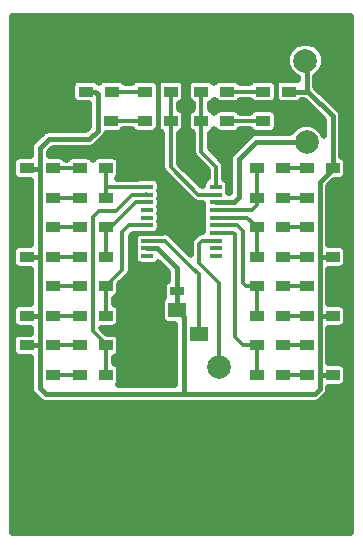
<source format=gbr>
G04 #@! TF.FileFunction,Copper,L1,Top,Signal*
%FSLAX46Y46*%
G04 Gerber Fmt 4.6, Leading zero omitted, Abs format (unit mm)*
G04 Created by KiCad (PCBNEW 4.0.7) date Sat Oct 28 14:53:49 2017*
%MOMM*%
%LPD*%
G01*
G04 APERTURE LIST*
%ADD10C,0.100000*%
%ADD11R,1.200000X0.900000*%
%ADD12R,1.500000X1.250000*%
%ADD13R,1.200000X0.750000*%
%ADD14R,1.000000X0.400000*%
%ADD15C,2.000000*%
%ADD16C,0.300000*%
%ADD17C,0.400000*%
%ADD18C,0.500000*%
G04 APERTURE END LIST*
D10*
D11*
X125600000Y-111000000D03*
X127800000Y-111000000D03*
X125600000Y-108500000D03*
X127800000Y-108500000D03*
X125600000Y-106000000D03*
X127800000Y-106000000D03*
X125600000Y-103500000D03*
X127800000Y-103500000D03*
X104100000Y-108500000D03*
X101900000Y-108500000D03*
X104100000Y-111000000D03*
X101900000Y-111000000D03*
X125600000Y-101000000D03*
X127800000Y-101000000D03*
X125600000Y-98500000D03*
X127800000Y-98500000D03*
X109100000Y-87000000D03*
X106900000Y-87000000D03*
X109000000Y-89500000D03*
X106800000Y-89500000D03*
X121900000Y-87000000D03*
X124100000Y-87000000D03*
X121900000Y-89500000D03*
X124100000Y-89500000D03*
X104100000Y-93500000D03*
X101900000Y-93500000D03*
X104100000Y-96000000D03*
X101900000Y-96000000D03*
X104100000Y-101000000D03*
X101900000Y-101000000D03*
X104100000Y-98500000D03*
X101900000Y-98500000D03*
X104100000Y-106000000D03*
X101900000Y-106000000D03*
X104100000Y-103500000D03*
X101900000Y-103500000D03*
X125600000Y-93500000D03*
X127800000Y-93500000D03*
X125600000Y-96000000D03*
X127800000Y-96000000D03*
X123600000Y-111000000D03*
X121400000Y-111000000D03*
X123600000Y-108500000D03*
X121400000Y-108500000D03*
X123600000Y-106000000D03*
X121400000Y-106000000D03*
X123600000Y-103500000D03*
X121400000Y-103500000D03*
X106400000Y-108500000D03*
X108600000Y-108500000D03*
X106400000Y-111000000D03*
X108600000Y-111000000D03*
X123600000Y-101000000D03*
X121400000Y-101000000D03*
X123600000Y-98500000D03*
X121400000Y-98500000D03*
X111900000Y-87000000D03*
X114100000Y-87000000D03*
X111900000Y-89500000D03*
X114100000Y-89500000D03*
X118900000Y-87000000D03*
X116700000Y-87000000D03*
X118900000Y-89500000D03*
X116700000Y-89500000D03*
X106400000Y-93500000D03*
X108600000Y-93500000D03*
X106400000Y-96000000D03*
X108600000Y-96000000D03*
X106400000Y-101000000D03*
X108600000Y-101000000D03*
X106400000Y-98500000D03*
X108600000Y-98500000D03*
X106400000Y-106000000D03*
X108600000Y-106000000D03*
X106400000Y-103500000D03*
X108600000Y-103500000D03*
X123600000Y-93500000D03*
X121400000Y-93500000D03*
X123600000Y-96000000D03*
X121400000Y-96000000D03*
D12*
X116450000Y-107500000D03*
X113950000Y-107500000D03*
D13*
X114650000Y-103900000D03*
X112750000Y-103900000D03*
D12*
X114650000Y-105500000D03*
X112150000Y-105500000D03*
D14*
X112100000Y-95075000D03*
X112100000Y-95725000D03*
X112100000Y-96375000D03*
X112100000Y-97025000D03*
X112100000Y-97675000D03*
X112100000Y-98325000D03*
X112100000Y-98975000D03*
X112100000Y-99625000D03*
X112100000Y-100275000D03*
X112100000Y-100925000D03*
X117900000Y-100925000D03*
X117900000Y-100275000D03*
X117900000Y-99625000D03*
X117900000Y-98975000D03*
X117900000Y-98325000D03*
X117900000Y-97675000D03*
X117900000Y-97025000D03*
X117900000Y-96375000D03*
X117900000Y-95725000D03*
X117900000Y-95075000D03*
D15*
X125500000Y-84400000D03*
X122500000Y-84300000D03*
X118200000Y-110300000D03*
X125600000Y-91300000D03*
D16*
X123600000Y-111000000D02*
X125600000Y-111000000D01*
D17*
X125600000Y-87000000D02*
X125600000Y-84500000D01*
X125600000Y-84500000D02*
X125500000Y-84400000D01*
X127800000Y-93500000D02*
X127800000Y-89100000D01*
X125700000Y-87000000D02*
X125600000Y-87000000D01*
X125600000Y-87000000D02*
X124100000Y-87000000D01*
X127800000Y-89100000D02*
X125700000Y-87000000D01*
X126700000Y-111000000D02*
X127800000Y-111000000D01*
X126700000Y-106000000D02*
X127800000Y-106000000D01*
X126700000Y-101000000D02*
X127800000Y-101000000D01*
X103000000Y-93600000D02*
X102000000Y-93600000D01*
X102000000Y-93600000D02*
X101900000Y-93500000D01*
X103000000Y-101000000D02*
X101900000Y-101000000D01*
X103000000Y-106000000D02*
X101900000Y-106000000D01*
X101900000Y-108500000D02*
X103000000Y-108500000D01*
X115200000Y-112600000D02*
X115200000Y-106050000D01*
X115200000Y-106050000D02*
X114650000Y-105500000D01*
X114650000Y-103900000D02*
X114650000Y-105500000D01*
X112050000Y-100275000D02*
X112975000Y-100275000D01*
X114650000Y-101950000D02*
X114650000Y-103900000D01*
X112975000Y-100275000D02*
X114650000Y-101950000D01*
X103000000Y-91800000D02*
X103800000Y-91000000D01*
X107700000Y-87000000D02*
X106900000Y-87000000D01*
X107900000Y-87200000D02*
X107700000Y-87000000D01*
X107900000Y-90300000D02*
X107900000Y-87200000D01*
X107200000Y-91000000D02*
X107900000Y-90300000D01*
X103800000Y-91000000D02*
X107200000Y-91000000D01*
X127800000Y-93500000D02*
X127800000Y-93600000D01*
X127800000Y-93600000D02*
X126700000Y-94700000D01*
X126700000Y-94700000D02*
X126700000Y-101000000D01*
X126700000Y-101000000D02*
X126700000Y-106000000D01*
X126700000Y-106000000D02*
X126700000Y-111000000D01*
X126700000Y-111000000D02*
X126700000Y-112200000D01*
X126700000Y-112200000D02*
X126300000Y-112600000D01*
X126300000Y-112600000D02*
X115200000Y-112600000D01*
X115200000Y-112600000D02*
X103500000Y-112600000D01*
X103500000Y-112600000D02*
X103000000Y-112100000D01*
X103000000Y-112100000D02*
X103000000Y-108500000D01*
X103000000Y-108500000D02*
X103000000Y-106000000D01*
X103000000Y-106000000D02*
X103000000Y-101000000D01*
X103000000Y-101000000D02*
X103000000Y-93600000D01*
X103000000Y-93600000D02*
X103000000Y-91800000D01*
D16*
X123600000Y-108500000D02*
X125600000Y-108500000D01*
D17*
X123000000Y-86200000D02*
X123000000Y-84800000D01*
X123000000Y-84800000D02*
X122500000Y-84300000D01*
X124100000Y-89500000D02*
X124100000Y-89300000D01*
X124100000Y-89300000D02*
X123000000Y-88200000D01*
X123000000Y-88200000D02*
X123000000Y-86200000D01*
X112050000Y-98975000D02*
X113325000Y-98975000D01*
X113000000Y-93500000D02*
X113000000Y-85200000D01*
X113900000Y-94400000D02*
X113000000Y-93500000D01*
X113900000Y-98400000D02*
X113900000Y-94400000D01*
X113325000Y-98975000D02*
X113900000Y-98400000D01*
X112150000Y-105500000D02*
X112150000Y-105700000D01*
X112150000Y-105700000D02*
X113950000Y-107500000D01*
X112750000Y-103900000D02*
X112750000Y-104900000D01*
X112750000Y-104900000D02*
X112150000Y-105500000D01*
X112050000Y-98975000D02*
X111025000Y-98975000D01*
X110700000Y-104150000D02*
X112150000Y-105500000D01*
X110700000Y-99200000D02*
X110700000Y-104150000D01*
X111025000Y-98975000D02*
X110700000Y-99200000D01*
D16*
X123600000Y-106000000D02*
X125600000Y-106000000D01*
X123600000Y-103500000D02*
X125600000Y-103500000D01*
X104100000Y-108500000D02*
X106400000Y-108500000D01*
X104100000Y-111000000D02*
X106400000Y-111000000D01*
X123600000Y-101000000D02*
X125600000Y-101000000D01*
X123600000Y-98500000D02*
X125600000Y-98500000D01*
X109100000Y-87000000D02*
X111900000Y-87000000D01*
X109000000Y-89500000D02*
X111900000Y-89500000D01*
X118900000Y-87000000D02*
X121900000Y-87000000D01*
X118900000Y-89500000D02*
X121900000Y-89500000D01*
X104100000Y-93500000D02*
X106400000Y-93500000D01*
X104100000Y-96000000D02*
X106400000Y-96000000D01*
X104100000Y-101000000D02*
X106400000Y-101000000D01*
X104100000Y-98500000D02*
X106400000Y-98500000D01*
X104100000Y-106000000D02*
X106400000Y-106000000D01*
X104100000Y-103500000D02*
X106400000Y-103500000D01*
X123600000Y-93500000D02*
X125600000Y-93500000D01*
X123600000Y-96000000D02*
X125600000Y-96000000D01*
X121400000Y-108500000D02*
X121400000Y-111000000D01*
X117950000Y-98975000D02*
X119375000Y-98975000D01*
X120200000Y-108500000D02*
X121400000Y-108500000D01*
X119500000Y-107800000D02*
X120200000Y-108500000D01*
X119500000Y-99100000D02*
X119500000Y-107800000D01*
X119375000Y-98975000D02*
X119500000Y-99100000D01*
X121400000Y-103500000D02*
X121400000Y-106000000D01*
X117950000Y-98325000D02*
X119725000Y-98325000D01*
X120500000Y-103500000D02*
X121400000Y-103500000D01*
X120200000Y-103200000D02*
X120500000Y-103500000D01*
X120200000Y-98800000D02*
X120200000Y-103200000D01*
X119725000Y-98325000D02*
X120200000Y-98800000D01*
X112050000Y-95725000D02*
X110875000Y-95725000D01*
X107500000Y-107300000D02*
X107500000Y-97600000D01*
X107500000Y-97600000D02*
X108000000Y-97100000D01*
X108000000Y-97100000D02*
X109500000Y-97100000D01*
X109500000Y-97100000D02*
X110800000Y-95800000D01*
X107500000Y-107300000D02*
X108600000Y-108400000D01*
X110875000Y-95725000D02*
X110800000Y-95800000D01*
X108600000Y-108500000D02*
X108600000Y-108400000D01*
X108600000Y-108500000D02*
X108600000Y-111000000D01*
X112025000Y-95700000D02*
X112050000Y-95725000D01*
X121400000Y-98500000D02*
X121400000Y-101000000D01*
X117950000Y-97675000D02*
X120575000Y-97675000D01*
X120575000Y-97675000D02*
X121400000Y-98500000D01*
X114100000Y-89500000D02*
X114100000Y-87000000D01*
X117950000Y-95725000D02*
X116425000Y-95725000D01*
X114100000Y-93400000D02*
X114100000Y-89500000D01*
X116425000Y-95725000D02*
X114100000Y-93400000D01*
X116700000Y-89500000D02*
X116700000Y-87000000D01*
X117950000Y-95075000D02*
X117950000Y-93350000D01*
X116700000Y-92100000D02*
X116700000Y-89500000D01*
X117950000Y-93350000D02*
X116700000Y-92100000D01*
X112050000Y-95075000D02*
X108600000Y-95075000D01*
X108600000Y-95075000D02*
X108600000Y-95100000D01*
X108600000Y-96000000D02*
X108600000Y-95100000D01*
X108600000Y-95100000D02*
X108600000Y-93500000D01*
X112050000Y-96375000D02*
X111125000Y-96375000D01*
X110400000Y-97100000D02*
X109000000Y-98500000D01*
X111125000Y-96375000D02*
X110400000Y-97100000D01*
X108600000Y-98500000D02*
X109000000Y-98500000D01*
X108600000Y-98500000D02*
X108600000Y-101000000D01*
X112050000Y-98325000D02*
X110575000Y-98325000D01*
X110575000Y-98325000D02*
X110000000Y-98900000D01*
X108600000Y-103500000D02*
X108600000Y-106000000D01*
X110000000Y-102100000D02*
X108600000Y-103500000D01*
X110000000Y-99600000D02*
X110000000Y-102100000D01*
X110000000Y-99600000D02*
X110000000Y-98900000D01*
X121400000Y-96000000D02*
X121400000Y-93500000D01*
X117950000Y-97025000D02*
X120975000Y-97025000D01*
X121400000Y-96600000D02*
X121400000Y-96000000D01*
X120975000Y-97025000D02*
X121400000Y-96600000D01*
X116450000Y-107500000D02*
X116450000Y-102450000D01*
X116450000Y-102450000D02*
X115900000Y-101900000D01*
X115900000Y-101900000D02*
X114300000Y-100300000D01*
X113625000Y-99625000D02*
X112050000Y-99625000D01*
X114300000Y-100300000D02*
X113625000Y-99625000D01*
X117950000Y-99625000D02*
X116775000Y-99625000D01*
X118200000Y-103200000D02*
X118200000Y-110300000D01*
X116500000Y-101500000D02*
X118200000Y-103200000D01*
X116500000Y-99900000D02*
X116500000Y-101500000D01*
X116775000Y-99625000D02*
X116500000Y-99900000D01*
X125800000Y-91300000D02*
X125600000Y-91300000D01*
D17*
X117950000Y-96375000D02*
X119425000Y-96375000D01*
X121300000Y-91300000D02*
X125800000Y-91300000D01*
D16*
X125800000Y-91300000D02*
X126000000Y-91300000D01*
D17*
X119900000Y-92700000D02*
X121300000Y-91300000D01*
X119900000Y-95900000D02*
X119900000Y-92700000D01*
X119425000Y-96375000D02*
X119900000Y-95900000D01*
D18*
G36*
X129375000Y-124375000D02*
X100625000Y-124375000D01*
X100625000Y-93050000D01*
X100739225Y-93050000D01*
X100739225Y-93950000D01*
X100777576Y-94153818D01*
X100898032Y-94341012D01*
X101081827Y-94466594D01*
X101300000Y-94510775D01*
X102250000Y-94510775D01*
X102250000Y-99989225D01*
X101300000Y-99989225D01*
X101096182Y-100027576D01*
X100908988Y-100148032D01*
X100783406Y-100331827D01*
X100739225Y-100550000D01*
X100739225Y-101450000D01*
X100777576Y-101653818D01*
X100898032Y-101841012D01*
X101081827Y-101966594D01*
X101300000Y-102010775D01*
X102250000Y-102010775D01*
X102250000Y-104989225D01*
X101300000Y-104989225D01*
X101096182Y-105027576D01*
X100908988Y-105148032D01*
X100783406Y-105331827D01*
X100739225Y-105550000D01*
X100739225Y-106450000D01*
X100777576Y-106653818D01*
X100898032Y-106841012D01*
X101081827Y-106966594D01*
X101300000Y-107010775D01*
X102250000Y-107010775D01*
X102250000Y-107489225D01*
X101300000Y-107489225D01*
X101096182Y-107527576D01*
X100908988Y-107648032D01*
X100783406Y-107831827D01*
X100739225Y-108050000D01*
X100739225Y-108950000D01*
X100777576Y-109153818D01*
X100898032Y-109341012D01*
X101081827Y-109466594D01*
X101300000Y-109510775D01*
X102250000Y-109510775D01*
X102250000Y-112100000D01*
X102307090Y-112387013D01*
X102469670Y-112630330D01*
X102969670Y-113130330D01*
X103212987Y-113292910D01*
X103500000Y-113350000D01*
X126300000Y-113350000D01*
X126587013Y-113292910D01*
X126830330Y-113130330D01*
X127230330Y-112730330D01*
X127392910Y-112487013D01*
X127450000Y-112200000D01*
X127450000Y-112010775D01*
X128400000Y-112010775D01*
X128603818Y-111972424D01*
X128791012Y-111851968D01*
X128916594Y-111668173D01*
X128960775Y-111450000D01*
X128960775Y-110550000D01*
X128922424Y-110346182D01*
X128801968Y-110158988D01*
X128618173Y-110033406D01*
X128400000Y-109989225D01*
X127450000Y-109989225D01*
X127450000Y-107010775D01*
X128400000Y-107010775D01*
X128603818Y-106972424D01*
X128791012Y-106851968D01*
X128916594Y-106668173D01*
X128960775Y-106450000D01*
X128960775Y-105550000D01*
X128922424Y-105346182D01*
X128801968Y-105158988D01*
X128618173Y-105033406D01*
X128400000Y-104989225D01*
X127450000Y-104989225D01*
X127450000Y-102010775D01*
X128400000Y-102010775D01*
X128603818Y-101972424D01*
X128791012Y-101851968D01*
X128916594Y-101668173D01*
X128960775Y-101450000D01*
X128960775Y-100550000D01*
X128922424Y-100346182D01*
X128801968Y-100158988D01*
X128618173Y-100033406D01*
X128400000Y-99989225D01*
X127450000Y-99989225D01*
X127450000Y-95010660D01*
X127949885Y-94510775D01*
X128400000Y-94510775D01*
X128603818Y-94472424D01*
X128791012Y-94351968D01*
X128916594Y-94168173D01*
X128960775Y-93950000D01*
X128960775Y-93050000D01*
X128922424Y-92846182D01*
X128801968Y-92658988D01*
X128618173Y-92533406D01*
X128550000Y-92519601D01*
X128550000Y-89100000D01*
X128492910Y-88812987D01*
X128330330Y-88569670D01*
X126350000Y-86589340D01*
X126350000Y-85725889D01*
X126376857Y-85714792D01*
X126813260Y-85279151D01*
X127049730Y-84709667D01*
X127050268Y-84093039D01*
X126814792Y-83523143D01*
X126379151Y-83086740D01*
X125809667Y-82850270D01*
X125193039Y-82849732D01*
X124623143Y-83085208D01*
X124186740Y-83520849D01*
X123950270Y-84090333D01*
X123949732Y-84706961D01*
X124185208Y-85276857D01*
X124620849Y-85713260D01*
X124850000Y-85808412D01*
X124850000Y-86019601D01*
X124700000Y-85989225D01*
X123500000Y-85989225D01*
X123296182Y-86027576D01*
X123108988Y-86148032D01*
X122998743Y-86309381D01*
X122901968Y-86158988D01*
X122718173Y-86033406D01*
X122500000Y-85989225D01*
X121300000Y-85989225D01*
X121096182Y-86027576D01*
X120908988Y-86148032D01*
X120805153Y-86300000D01*
X119992707Y-86300000D01*
X119901968Y-86158988D01*
X119718173Y-86033406D01*
X119500000Y-85989225D01*
X118300000Y-85989225D01*
X118096182Y-86027576D01*
X117908988Y-86148032D01*
X117798743Y-86309381D01*
X117701968Y-86158988D01*
X117518173Y-86033406D01*
X117300000Y-85989225D01*
X116100000Y-85989225D01*
X115896182Y-86027576D01*
X115708988Y-86148032D01*
X115583406Y-86331827D01*
X115539225Y-86550000D01*
X115539225Y-87450000D01*
X115577576Y-87653818D01*
X115698032Y-87841012D01*
X115881827Y-87966594D01*
X116000000Y-87990525D01*
X116000000Y-88508041D01*
X115896182Y-88527576D01*
X115708988Y-88648032D01*
X115583406Y-88831827D01*
X115539225Y-89050000D01*
X115539225Y-89950000D01*
X115577576Y-90153818D01*
X115698032Y-90341012D01*
X115881827Y-90466594D01*
X116000000Y-90490525D01*
X116000000Y-92100000D01*
X116053284Y-92367879D01*
X116205025Y-92594975D01*
X117250000Y-93639950D01*
X117250000Y-94342449D01*
X117196182Y-94352576D01*
X117008988Y-94473032D01*
X116883406Y-94656827D01*
X116839225Y-94875000D01*
X116839225Y-95025000D01*
X116714949Y-95025000D01*
X114800000Y-93110050D01*
X114800000Y-90491959D01*
X114903818Y-90472424D01*
X115091012Y-90351968D01*
X115216594Y-90168173D01*
X115260775Y-89950000D01*
X115260775Y-89050000D01*
X115222424Y-88846182D01*
X115101968Y-88658988D01*
X114918173Y-88533406D01*
X114800000Y-88509475D01*
X114800000Y-87991959D01*
X114903818Y-87972424D01*
X115091012Y-87851968D01*
X115216594Y-87668173D01*
X115260775Y-87450000D01*
X115260775Y-86550000D01*
X115222424Y-86346182D01*
X115101968Y-86158988D01*
X114918173Y-86033406D01*
X114700000Y-85989225D01*
X113500000Y-85989225D01*
X113296182Y-86027576D01*
X113108988Y-86148032D01*
X112998743Y-86309381D01*
X112901968Y-86158988D01*
X112718173Y-86033406D01*
X112500000Y-85989225D01*
X111300000Y-85989225D01*
X111096182Y-86027576D01*
X110908988Y-86148032D01*
X110805153Y-86300000D01*
X110192707Y-86300000D01*
X110101968Y-86158988D01*
X109918173Y-86033406D01*
X109700000Y-85989225D01*
X108500000Y-85989225D01*
X108296182Y-86027576D01*
X108108988Y-86148032D01*
X107998743Y-86309381D01*
X107901968Y-86158988D01*
X107718173Y-86033406D01*
X107500000Y-85989225D01*
X106300000Y-85989225D01*
X106096182Y-86027576D01*
X105908988Y-86148032D01*
X105783406Y-86331827D01*
X105739225Y-86550000D01*
X105739225Y-87450000D01*
X105777576Y-87653818D01*
X105898032Y-87841012D01*
X106081827Y-87966594D01*
X106300000Y-88010775D01*
X107150000Y-88010775D01*
X107150000Y-89989340D01*
X106889340Y-90250000D01*
X103800000Y-90250000D01*
X103512987Y-90307090D01*
X103274274Y-90466594D01*
X103269670Y-90469670D01*
X102469670Y-91269670D01*
X102307090Y-91512987D01*
X102250000Y-91800000D01*
X102250000Y-92489225D01*
X101300000Y-92489225D01*
X101096182Y-92527576D01*
X100908988Y-92648032D01*
X100783406Y-92831827D01*
X100739225Y-93050000D01*
X100625000Y-93050000D01*
X100625000Y-80625000D01*
X129375000Y-80625000D01*
X129375000Y-124375000D01*
X129375000Y-124375000D01*
G37*
X129375000Y-124375000D02*
X100625000Y-124375000D01*
X100625000Y-93050000D01*
X100739225Y-93050000D01*
X100739225Y-93950000D01*
X100777576Y-94153818D01*
X100898032Y-94341012D01*
X101081827Y-94466594D01*
X101300000Y-94510775D01*
X102250000Y-94510775D01*
X102250000Y-99989225D01*
X101300000Y-99989225D01*
X101096182Y-100027576D01*
X100908988Y-100148032D01*
X100783406Y-100331827D01*
X100739225Y-100550000D01*
X100739225Y-101450000D01*
X100777576Y-101653818D01*
X100898032Y-101841012D01*
X101081827Y-101966594D01*
X101300000Y-102010775D01*
X102250000Y-102010775D01*
X102250000Y-104989225D01*
X101300000Y-104989225D01*
X101096182Y-105027576D01*
X100908988Y-105148032D01*
X100783406Y-105331827D01*
X100739225Y-105550000D01*
X100739225Y-106450000D01*
X100777576Y-106653818D01*
X100898032Y-106841012D01*
X101081827Y-106966594D01*
X101300000Y-107010775D01*
X102250000Y-107010775D01*
X102250000Y-107489225D01*
X101300000Y-107489225D01*
X101096182Y-107527576D01*
X100908988Y-107648032D01*
X100783406Y-107831827D01*
X100739225Y-108050000D01*
X100739225Y-108950000D01*
X100777576Y-109153818D01*
X100898032Y-109341012D01*
X101081827Y-109466594D01*
X101300000Y-109510775D01*
X102250000Y-109510775D01*
X102250000Y-112100000D01*
X102307090Y-112387013D01*
X102469670Y-112630330D01*
X102969670Y-113130330D01*
X103212987Y-113292910D01*
X103500000Y-113350000D01*
X126300000Y-113350000D01*
X126587013Y-113292910D01*
X126830330Y-113130330D01*
X127230330Y-112730330D01*
X127392910Y-112487013D01*
X127450000Y-112200000D01*
X127450000Y-112010775D01*
X128400000Y-112010775D01*
X128603818Y-111972424D01*
X128791012Y-111851968D01*
X128916594Y-111668173D01*
X128960775Y-111450000D01*
X128960775Y-110550000D01*
X128922424Y-110346182D01*
X128801968Y-110158988D01*
X128618173Y-110033406D01*
X128400000Y-109989225D01*
X127450000Y-109989225D01*
X127450000Y-107010775D01*
X128400000Y-107010775D01*
X128603818Y-106972424D01*
X128791012Y-106851968D01*
X128916594Y-106668173D01*
X128960775Y-106450000D01*
X128960775Y-105550000D01*
X128922424Y-105346182D01*
X128801968Y-105158988D01*
X128618173Y-105033406D01*
X128400000Y-104989225D01*
X127450000Y-104989225D01*
X127450000Y-102010775D01*
X128400000Y-102010775D01*
X128603818Y-101972424D01*
X128791012Y-101851968D01*
X128916594Y-101668173D01*
X128960775Y-101450000D01*
X128960775Y-100550000D01*
X128922424Y-100346182D01*
X128801968Y-100158988D01*
X128618173Y-100033406D01*
X128400000Y-99989225D01*
X127450000Y-99989225D01*
X127450000Y-95010660D01*
X127949885Y-94510775D01*
X128400000Y-94510775D01*
X128603818Y-94472424D01*
X128791012Y-94351968D01*
X128916594Y-94168173D01*
X128960775Y-93950000D01*
X128960775Y-93050000D01*
X128922424Y-92846182D01*
X128801968Y-92658988D01*
X128618173Y-92533406D01*
X128550000Y-92519601D01*
X128550000Y-89100000D01*
X128492910Y-88812987D01*
X128330330Y-88569670D01*
X126350000Y-86589340D01*
X126350000Y-85725889D01*
X126376857Y-85714792D01*
X126813260Y-85279151D01*
X127049730Y-84709667D01*
X127050268Y-84093039D01*
X126814792Y-83523143D01*
X126379151Y-83086740D01*
X125809667Y-82850270D01*
X125193039Y-82849732D01*
X124623143Y-83085208D01*
X124186740Y-83520849D01*
X123950270Y-84090333D01*
X123949732Y-84706961D01*
X124185208Y-85276857D01*
X124620849Y-85713260D01*
X124850000Y-85808412D01*
X124850000Y-86019601D01*
X124700000Y-85989225D01*
X123500000Y-85989225D01*
X123296182Y-86027576D01*
X123108988Y-86148032D01*
X122998743Y-86309381D01*
X122901968Y-86158988D01*
X122718173Y-86033406D01*
X122500000Y-85989225D01*
X121300000Y-85989225D01*
X121096182Y-86027576D01*
X120908988Y-86148032D01*
X120805153Y-86300000D01*
X119992707Y-86300000D01*
X119901968Y-86158988D01*
X119718173Y-86033406D01*
X119500000Y-85989225D01*
X118300000Y-85989225D01*
X118096182Y-86027576D01*
X117908988Y-86148032D01*
X117798743Y-86309381D01*
X117701968Y-86158988D01*
X117518173Y-86033406D01*
X117300000Y-85989225D01*
X116100000Y-85989225D01*
X115896182Y-86027576D01*
X115708988Y-86148032D01*
X115583406Y-86331827D01*
X115539225Y-86550000D01*
X115539225Y-87450000D01*
X115577576Y-87653818D01*
X115698032Y-87841012D01*
X115881827Y-87966594D01*
X116000000Y-87990525D01*
X116000000Y-88508041D01*
X115896182Y-88527576D01*
X115708988Y-88648032D01*
X115583406Y-88831827D01*
X115539225Y-89050000D01*
X115539225Y-89950000D01*
X115577576Y-90153818D01*
X115698032Y-90341012D01*
X115881827Y-90466594D01*
X116000000Y-90490525D01*
X116000000Y-92100000D01*
X116053284Y-92367879D01*
X116205025Y-92594975D01*
X117250000Y-93639950D01*
X117250000Y-94342449D01*
X117196182Y-94352576D01*
X117008988Y-94473032D01*
X116883406Y-94656827D01*
X116839225Y-94875000D01*
X116839225Y-95025000D01*
X116714949Y-95025000D01*
X114800000Y-93110050D01*
X114800000Y-90491959D01*
X114903818Y-90472424D01*
X115091012Y-90351968D01*
X115216594Y-90168173D01*
X115260775Y-89950000D01*
X115260775Y-89050000D01*
X115222424Y-88846182D01*
X115101968Y-88658988D01*
X114918173Y-88533406D01*
X114800000Y-88509475D01*
X114800000Y-87991959D01*
X114903818Y-87972424D01*
X115091012Y-87851968D01*
X115216594Y-87668173D01*
X115260775Y-87450000D01*
X115260775Y-86550000D01*
X115222424Y-86346182D01*
X115101968Y-86158988D01*
X114918173Y-86033406D01*
X114700000Y-85989225D01*
X113500000Y-85989225D01*
X113296182Y-86027576D01*
X113108988Y-86148032D01*
X112998743Y-86309381D01*
X112901968Y-86158988D01*
X112718173Y-86033406D01*
X112500000Y-85989225D01*
X111300000Y-85989225D01*
X111096182Y-86027576D01*
X110908988Y-86148032D01*
X110805153Y-86300000D01*
X110192707Y-86300000D01*
X110101968Y-86158988D01*
X109918173Y-86033406D01*
X109700000Y-85989225D01*
X108500000Y-85989225D01*
X108296182Y-86027576D01*
X108108988Y-86148032D01*
X107998743Y-86309381D01*
X107901968Y-86158988D01*
X107718173Y-86033406D01*
X107500000Y-85989225D01*
X106300000Y-85989225D01*
X106096182Y-86027576D01*
X105908988Y-86148032D01*
X105783406Y-86331827D01*
X105739225Y-86550000D01*
X105739225Y-87450000D01*
X105777576Y-87653818D01*
X105898032Y-87841012D01*
X106081827Y-87966594D01*
X106300000Y-88010775D01*
X107150000Y-88010775D01*
X107150000Y-89989340D01*
X106889340Y-90250000D01*
X103800000Y-90250000D01*
X103512987Y-90307090D01*
X103274274Y-90466594D01*
X103269670Y-90469670D01*
X102469670Y-91269670D01*
X102307090Y-91512987D01*
X102250000Y-91800000D01*
X102250000Y-92489225D01*
X101300000Y-92489225D01*
X101096182Y-92527576D01*
X100908988Y-92648032D01*
X100783406Y-92831827D01*
X100739225Y-93050000D01*
X100625000Y-93050000D01*
X100625000Y-80625000D01*
X129375000Y-80625000D01*
X129375000Y-124375000D01*
G36*
X111083406Y-99206827D02*
X111039225Y-99425000D01*
X111039225Y-99825000D01*
X111063609Y-99954589D01*
X111039225Y-100075000D01*
X111039225Y-100475000D01*
X111063609Y-100604589D01*
X111039225Y-100725000D01*
X111039225Y-101125000D01*
X111077576Y-101328818D01*
X111198032Y-101516012D01*
X111381827Y-101641594D01*
X111600000Y-101685775D01*
X112600000Y-101685775D01*
X112803818Y-101647424D01*
X112991012Y-101526968D01*
X113062168Y-101422828D01*
X113900000Y-102260660D01*
X113900000Y-102992449D01*
X113846182Y-103002576D01*
X113658988Y-103123032D01*
X113533406Y-103306827D01*
X113489225Y-103525000D01*
X113489225Y-104275000D01*
X113524597Y-104462988D01*
X113508988Y-104473032D01*
X113383406Y-104656827D01*
X113339225Y-104875000D01*
X113339225Y-106125000D01*
X113377576Y-106328818D01*
X113498032Y-106516012D01*
X113681827Y-106641594D01*
X113900000Y-106685775D01*
X114450000Y-106685775D01*
X114450000Y-111850000D01*
X109592357Y-111850000D01*
X109716594Y-111668173D01*
X109760775Y-111450000D01*
X109760775Y-110550000D01*
X109722424Y-110346182D01*
X109601968Y-110158988D01*
X109418173Y-110033406D01*
X109300000Y-110009475D01*
X109300000Y-109491959D01*
X109403818Y-109472424D01*
X109591012Y-109351968D01*
X109716594Y-109168173D01*
X109760775Y-108950000D01*
X109760775Y-108050000D01*
X109722424Y-107846182D01*
X109601968Y-107658988D01*
X109418173Y-107533406D01*
X109200000Y-107489225D01*
X108679175Y-107489225D01*
X108200725Y-107010775D01*
X109200000Y-107010775D01*
X109403818Y-106972424D01*
X109591012Y-106851968D01*
X109716594Y-106668173D01*
X109760775Y-106450000D01*
X109760775Y-105550000D01*
X109722424Y-105346182D01*
X109601968Y-105158988D01*
X109418173Y-105033406D01*
X109300000Y-105009475D01*
X109300000Y-104491959D01*
X109403818Y-104472424D01*
X109591012Y-104351968D01*
X109716594Y-104168173D01*
X109760775Y-103950000D01*
X109760775Y-103329175D01*
X110494975Y-102594975D01*
X110646716Y-102367879D01*
X110700000Y-102100000D01*
X110700000Y-99189950D01*
X110864950Y-99025000D01*
X111207643Y-99025000D01*
X111083406Y-99206827D01*
X111083406Y-99206827D01*
G37*
X111083406Y-99206827D02*
X111039225Y-99425000D01*
X111039225Y-99825000D01*
X111063609Y-99954589D01*
X111039225Y-100075000D01*
X111039225Y-100475000D01*
X111063609Y-100604589D01*
X111039225Y-100725000D01*
X111039225Y-101125000D01*
X111077576Y-101328818D01*
X111198032Y-101516012D01*
X111381827Y-101641594D01*
X111600000Y-101685775D01*
X112600000Y-101685775D01*
X112803818Y-101647424D01*
X112991012Y-101526968D01*
X113062168Y-101422828D01*
X113900000Y-102260660D01*
X113900000Y-102992449D01*
X113846182Y-103002576D01*
X113658988Y-103123032D01*
X113533406Y-103306827D01*
X113489225Y-103525000D01*
X113489225Y-104275000D01*
X113524597Y-104462988D01*
X113508988Y-104473032D01*
X113383406Y-104656827D01*
X113339225Y-104875000D01*
X113339225Y-106125000D01*
X113377576Y-106328818D01*
X113498032Y-106516012D01*
X113681827Y-106641594D01*
X113900000Y-106685775D01*
X114450000Y-106685775D01*
X114450000Y-111850000D01*
X109592357Y-111850000D01*
X109716594Y-111668173D01*
X109760775Y-111450000D01*
X109760775Y-110550000D01*
X109722424Y-110346182D01*
X109601968Y-110158988D01*
X109418173Y-110033406D01*
X109300000Y-110009475D01*
X109300000Y-109491959D01*
X109403818Y-109472424D01*
X109591012Y-109351968D01*
X109716594Y-109168173D01*
X109760775Y-108950000D01*
X109760775Y-108050000D01*
X109722424Y-107846182D01*
X109601968Y-107658988D01*
X109418173Y-107533406D01*
X109200000Y-107489225D01*
X108679175Y-107489225D01*
X108200725Y-107010775D01*
X109200000Y-107010775D01*
X109403818Y-106972424D01*
X109591012Y-106851968D01*
X109716594Y-106668173D01*
X109760775Y-106450000D01*
X109760775Y-105550000D01*
X109722424Y-105346182D01*
X109601968Y-105158988D01*
X109418173Y-105033406D01*
X109300000Y-105009475D01*
X109300000Y-104491959D01*
X109403818Y-104472424D01*
X109591012Y-104351968D01*
X109716594Y-104168173D01*
X109760775Y-103950000D01*
X109760775Y-103329175D01*
X110494975Y-102594975D01*
X110646716Y-102367879D01*
X110700000Y-102100000D01*
X110700000Y-99189950D01*
X110864950Y-99025000D01*
X111207643Y-99025000D01*
X111083406Y-99206827D01*
G36*
X113098032Y-90341012D02*
X113281827Y-90466594D01*
X113400000Y-90490525D01*
X113400000Y-93400000D01*
X113453284Y-93667879D01*
X113605025Y-93894975D01*
X115930023Y-96219972D01*
X115930025Y-96219975D01*
X115996250Y-96264225D01*
X116157121Y-96371716D01*
X116425000Y-96425001D01*
X116425005Y-96425000D01*
X116839225Y-96425000D01*
X116839225Y-96575000D01*
X116863609Y-96704589D01*
X116839225Y-96825000D01*
X116839225Y-97225000D01*
X116863609Y-97354589D01*
X116839225Y-97475000D01*
X116839225Y-97875000D01*
X116863609Y-98004589D01*
X116839225Y-98125000D01*
X116839225Y-98525000D01*
X116863609Y-98654589D01*
X116839225Y-98775000D01*
X116839225Y-98925000D01*
X116775005Y-98925000D01*
X116775000Y-98924999D01*
X116507121Y-98978284D01*
X116280025Y-99130025D01*
X116005025Y-99405025D01*
X115853284Y-99632121D01*
X115844755Y-99675000D01*
X115800000Y-99900000D01*
X115800000Y-100810050D01*
X114119975Y-99130025D01*
X113892879Y-98978284D01*
X113625000Y-98925000D01*
X112992357Y-98925000D01*
X113116594Y-98743173D01*
X113160775Y-98525000D01*
X113160775Y-98125000D01*
X113136391Y-97995411D01*
X113160775Y-97875000D01*
X113160775Y-97475000D01*
X113136391Y-97345411D01*
X113160775Y-97225000D01*
X113160775Y-96825000D01*
X113136391Y-96695411D01*
X113160775Y-96575000D01*
X113160775Y-96175000D01*
X113136391Y-96045411D01*
X113160775Y-95925000D01*
X113160775Y-95525000D01*
X113136391Y-95395411D01*
X113160775Y-95275000D01*
X113160775Y-94875000D01*
X113122424Y-94671182D01*
X113001968Y-94483988D01*
X112818173Y-94358406D01*
X112600000Y-94314225D01*
X111600000Y-94314225D01*
X111396182Y-94352576D01*
X111361334Y-94375000D01*
X109555219Y-94375000D01*
X109591012Y-94351968D01*
X109716594Y-94168173D01*
X109760775Y-93950000D01*
X109760775Y-93050000D01*
X109722424Y-92846182D01*
X109601968Y-92658988D01*
X109418173Y-92533406D01*
X109200000Y-92489225D01*
X108000000Y-92489225D01*
X107796182Y-92527576D01*
X107608988Y-92648032D01*
X107498743Y-92809381D01*
X107401968Y-92658988D01*
X107218173Y-92533406D01*
X107000000Y-92489225D01*
X105800000Y-92489225D01*
X105596182Y-92527576D01*
X105408988Y-92648032D01*
X105305153Y-92800000D01*
X105192707Y-92800000D01*
X105101968Y-92658988D01*
X104918173Y-92533406D01*
X104700000Y-92489225D01*
X103750000Y-92489225D01*
X103750000Y-92110660D01*
X104110660Y-91750000D01*
X107200000Y-91750000D01*
X107487013Y-91692910D01*
X107730330Y-91530330D01*
X108430330Y-90830330D01*
X108592910Y-90587013D01*
X108608075Y-90510775D01*
X109600000Y-90510775D01*
X109803818Y-90472424D01*
X109991012Y-90351968D01*
X110094847Y-90200000D01*
X110807293Y-90200000D01*
X110898032Y-90341012D01*
X111081827Y-90466594D01*
X111300000Y-90510775D01*
X112500000Y-90510775D01*
X112703818Y-90472424D01*
X112891012Y-90351968D01*
X113001257Y-90190619D01*
X113098032Y-90341012D01*
X113098032Y-90341012D01*
G37*
X113098032Y-90341012D02*
X113281827Y-90466594D01*
X113400000Y-90490525D01*
X113400000Y-93400000D01*
X113453284Y-93667879D01*
X113605025Y-93894975D01*
X115930023Y-96219972D01*
X115930025Y-96219975D01*
X115996250Y-96264225D01*
X116157121Y-96371716D01*
X116425000Y-96425001D01*
X116425005Y-96425000D01*
X116839225Y-96425000D01*
X116839225Y-96575000D01*
X116863609Y-96704589D01*
X116839225Y-96825000D01*
X116839225Y-97225000D01*
X116863609Y-97354589D01*
X116839225Y-97475000D01*
X116839225Y-97875000D01*
X116863609Y-98004589D01*
X116839225Y-98125000D01*
X116839225Y-98525000D01*
X116863609Y-98654589D01*
X116839225Y-98775000D01*
X116839225Y-98925000D01*
X116775005Y-98925000D01*
X116775000Y-98924999D01*
X116507121Y-98978284D01*
X116280025Y-99130025D01*
X116005025Y-99405025D01*
X115853284Y-99632121D01*
X115844755Y-99675000D01*
X115800000Y-99900000D01*
X115800000Y-100810050D01*
X114119975Y-99130025D01*
X113892879Y-98978284D01*
X113625000Y-98925000D01*
X112992357Y-98925000D01*
X113116594Y-98743173D01*
X113160775Y-98525000D01*
X113160775Y-98125000D01*
X113136391Y-97995411D01*
X113160775Y-97875000D01*
X113160775Y-97475000D01*
X113136391Y-97345411D01*
X113160775Y-97225000D01*
X113160775Y-96825000D01*
X113136391Y-96695411D01*
X113160775Y-96575000D01*
X113160775Y-96175000D01*
X113136391Y-96045411D01*
X113160775Y-95925000D01*
X113160775Y-95525000D01*
X113136391Y-95395411D01*
X113160775Y-95275000D01*
X113160775Y-94875000D01*
X113122424Y-94671182D01*
X113001968Y-94483988D01*
X112818173Y-94358406D01*
X112600000Y-94314225D01*
X111600000Y-94314225D01*
X111396182Y-94352576D01*
X111361334Y-94375000D01*
X109555219Y-94375000D01*
X109591012Y-94351968D01*
X109716594Y-94168173D01*
X109760775Y-93950000D01*
X109760775Y-93050000D01*
X109722424Y-92846182D01*
X109601968Y-92658988D01*
X109418173Y-92533406D01*
X109200000Y-92489225D01*
X108000000Y-92489225D01*
X107796182Y-92527576D01*
X107608988Y-92648032D01*
X107498743Y-92809381D01*
X107401968Y-92658988D01*
X107218173Y-92533406D01*
X107000000Y-92489225D01*
X105800000Y-92489225D01*
X105596182Y-92527576D01*
X105408988Y-92648032D01*
X105305153Y-92800000D01*
X105192707Y-92800000D01*
X105101968Y-92658988D01*
X104918173Y-92533406D01*
X104700000Y-92489225D01*
X103750000Y-92489225D01*
X103750000Y-92110660D01*
X104110660Y-91750000D01*
X107200000Y-91750000D01*
X107487013Y-91692910D01*
X107730330Y-91530330D01*
X108430330Y-90830330D01*
X108592910Y-90587013D01*
X108608075Y-90510775D01*
X109600000Y-90510775D01*
X109803818Y-90472424D01*
X109991012Y-90351968D01*
X110094847Y-90200000D01*
X110807293Y-90200000D01*
X110898032Y-90341012D01*
X111081827Y-90466594D01*
X111300000Y-90510775D01*
X112500000Y-90510775D01*
X112703818Y-90472424D01*
X112891012Y-90351968D01*
X113001257Y-90190619D01*
X113098032Y-90341012D01*
G36*
X123098032Y-87841012D02*
X123281827Y-87966594D01*
X123500000Y-88010775D01*
X124700000Y-88010775D01*
X124903818Y-87972424D01*
X125091012Y-87851968D01*
X125160684Y-87750000D01*
X125389340Y-87750000D01*
X127050000Y-89410660D01*
X127050000Y-90750372D01*
X126914792Y-90423143D01*
X126479151Y-89986740D01*
X125909667Y-89750270D01*
X125293039Y-89749732D01*
X124723143Y-89985208D01*
X124286740Y-90420849D01*
X124233112Y-90550000D01*
X121300000Y-90550000D01*
X121012987Y-90607090D01*
X120769670Y-90769670D01*
X119369670Y-92169670D01*
X119207090Y-92412987D01*
X119150000Y-92700000D01*
X119150000Y-95589340D01*
X119114340Y-95625000D01*
X118960775Y-95625000D01*
X118960775Y-95525000D01*
X118936391Y-95395411D01*
X118960775Y-95275000D01*
X118960775Y-94875000D01*
X118922424Y-94671182D01*
X118801968Y-94483988D01*
X118650000Y-94380153D01*
X118650000Y-93350000D01*
X118622747Y-93212987D01*
X118596716Y-93082121D01*
X118444975Y-92855025D01*
X117400000Y-91810050D01*
X117400000Y-90491959D01*
X117503818Y-90472424D01*
X117691012Y-90351968D01*
X117801257Y-90190619D01*
X117898032Y-90341012D01*
X118081827Y-90466594D01*
X118300000Y-90510775D01*
X119500000Y-90510775D01*
X119703818Y-90472424D01*
X119891012Y-90351968D01*
X119994847Y-90200000D01*
X120807293Y-90200000D01*
X120898032Y-90341012D01*
X121081827Y-90466594D01*
X121300000Y-90510775D01*
X122500000Y-90510775D01*
X122703818Y-90472424D01*
X122891012Y-90351968D01*
X123016594Y-90168173D01*
X123060775Y-89950000D01*
X123060775Y-89050000D01*
X123022424Y-88846182D01*
X122901968Y-88658988D01*
X122718173Y-88533406D01*
X122500000Y-88489225D01*
X121300000Y-88489225D01*
X121096182Y-88527576D01*
X120908988Y-88648032D01*
X120805153Y-88800000D01*
X119992707Y-88800000D01*
X119901968Y-88658988D01*
X119718173Y-88533406D01*
X119500000Y-88489225D01*
X118300000Y-88489225D01*
X118096182Y-88527576D01*
X117908988Y-88648032D01*
X117798743Y-88809381D01*
X117701968Y-88658988D01*
X117518173Y-88533406D01*
X117400000Y-88509475D01*
X117400000Y-87991959D01*
X117503818Y-87972424D01*
X117691012Y-87851968D01*
X117801257Y-87690619D01*
X117898032Y-87841012D01*
X118081827Y-87966594D01*
X118300000Y-88010775D01*
X119500000Y-88010775D01*
X119703818Y-87972424D01*
X119891012Y-87851968D01*
X119994847Y-87700000D01*
X120807293Y-87700000D01*
X120898032Y-87841012D01*
X121081827Y-87966594D01*
X121300000Y-88010775D01*
X122500000Y-88010775D01*
X122703818Y-87972424D01*
X122891012Y-87851968D01*
X123001257Y-87690619D01*
X123098032Y-87841012D01*
X123098032Y-87841012D01*
G37*
X123098032Y-87841012D02*
X123281827Y-87966594D01*
X123500000Y-88010775D01*
X124700000Y-88010775D01*
X124903818Y-87972424D01*
X125091012Y-87851968D01*
X125160684Y-87750000D01*
X125389340Y-87750000D01*
X127050000Y-89410660D01*
X127050000Y-90750372D01*
X126914792Y-90423143D01*
X126479151Y-89986740D01*
X125909667Y-89750270D01*
X125293039Y-89749732D01*
X124723143Y-89985208D01*
X124286740Y-90420849D01*
X124233112Y-90550000D01*
X121300000Y-90550000D01*
X121012987Y-90607090D01*
X120769670Y-90769670D01*
X119369670Y-92169670D01*
X119207090Y-92412987D01*
X119150000Y-92700000D01*
X119150000Y-95589340D01*
X119114340Y-95625000D01*
X118960775Y-95625000D01*
X118960775Y-95525000D01*
X118936391Y-95395411D01*
X118960775Y-95275000D01*
X118960775Y-94875000D01*
X118922424Y-94671182D01*
X118801968Y-94483988D01*
X118650000Y-94380153D01*
X118650000Y-93350000D01*
X118622747Y-93212987D01*
X118596716Y-93082121D01*
X118444975Y-92855025D01*
X117400000Y-91810050D01*
X117400000Y-90491959D01*
X117503818Y-90472424D01*
X117691012Y-90351968D01*
X117801257Y-90190619D01*
X117898032Y-90341012D01*
X118081827Y-90466594D01*
X118300000Y-90510775D01*
X119500000Y-90510775D01*
X119703818Y-90472424D01*
X119891012Y-90351968D01*
X119994847Y-90200000D01*
X120807293Y-90200000D01*
X120898032Y-90341012D01*
X121081827Y-90466594D01*
X121300000Y-90510775D01*
X122500000Y-90510775D01*
X122703818Y-90472424D01*
X122891012Y-90351968D01*
X123016594Y-90168173D01*
X123060775Y-89950000D01*
X123060775Y-89050000D01*
X123022424Y-88846182D01*
X122901968Y-88658988D01*
X122718173Y-88533406D01*
X122500000Y-88489225D01*
X121300000Y-88489225D01*
X121096182Y-88527576D01*
X120908988Y-88648032D01*
X120805153Y-88800000D01*
X119992707Y-88800000D01*
X119901968Y-88658988D01*
X119718173Y-88533406D01*
X119500000Y-88489225D01*
X118300000Y-88489225D01*
X118096182Y-88527576D01*
X117908988Y-88648032D01*
X117798743Y-88809381D01*
X117701968Y-88658988D01*
X117518173Y-88533406D01*
X117400000Y-88509475D01*
X117400000Y-87991959D01*
X117503818Y-87972424D01*
X117691012Y-87851968D01*
X117801257Y-87690619D01*
X117898032Y-87841012D01*
X118081827Y-87966594D01*
X118300000Y-88010775D01*
X119500000Y-88010775D01*
X119703818Y-87972424D01*
X119891012Y-87851968D01*
X119994847Y-87700000D01*
X120807293Y-87700000D01*
X120898032Y-87841012D01*
X121081827Y-87966594D01*
X121300000Y-88010775D01*
X122500000Y-88010775D01*
X122703818Y-87972424D01*
X122891012Y-87851968D01*
X123001257Y-87690619D01*
X123098032Y-87841012D01*
M02*

</source>
